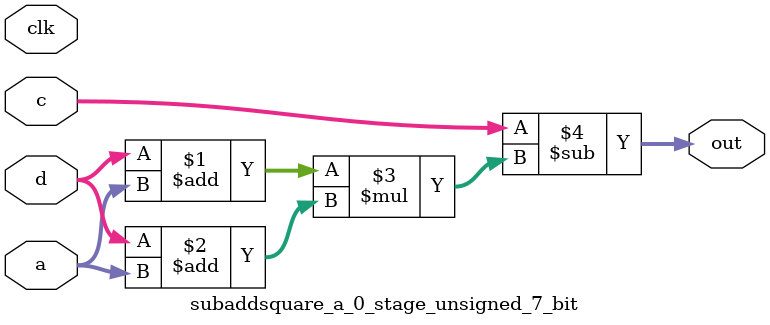
<source format=sv>
(* use_dsp = "yes" *) module subaddsquare_a_0_stage_unsigned_7_bit(
	input  [6:0] a,
	input  [6:0] c,
	input  [6:0] d,
	output [6:0] out,
	input clk);

	assign out = c - ((d + a) * (d + a));
endmodule

</source>
